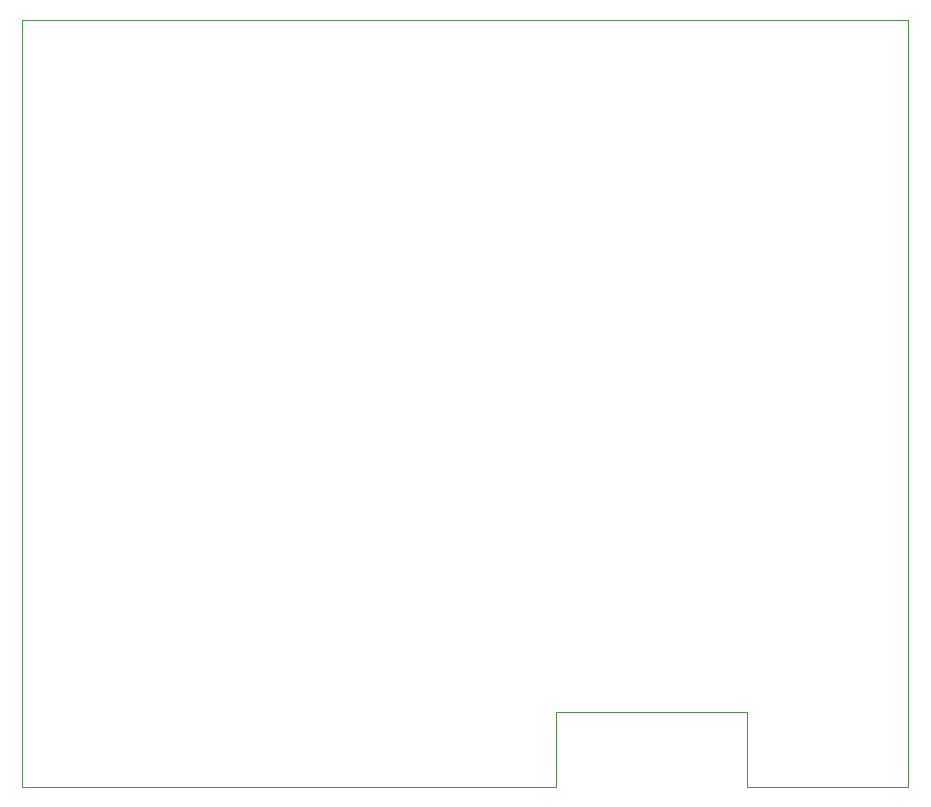
<source format=gbr>
G04 #@! TF.GenerationSoftware,KiCad,Pcbnew,(5.1.5)-3*
G04 #@! TF.CreationDate,2021-12-10T20:52:45-03:00*
G04 #@! TF.ProjectId,server,73657276-6572-42e6-9b69-6361645f7063,rev?*
G04 #@! TF.SameCoordinates,Original*
G04 #@! TF.FileFunction,Profile,NP*
%FSLAX46Y46*%
G04 Gerber Fmt 4.6, Leading zero omitted, Abs format (unit mm)*
G04 Created by KiCad (PCBNEW (5.1.5)-3) date 2021-12-10 20:52:45*
%MOMM*%
%LPD*%
G04 APERTURE LIST*
%ADD10C,0.050000*%
G04 APERTURE END LIST*
D10*
X86350000Y-90000000D02*
X100000000Y-90000000D01*
X86350000Y-83642200D02*
X86350000Y-90000000D01*
X70150000Y-83642200D02*
X86350000Y-83642200D01*
X70150000Y-90000000D02*
X70150000Y-83642200D01*
X25000000Y-25000000D02*
X25000000Y-90000000D01*
X70150000Y-90000000D02*
X25000000Y-90000000D01*
X100000000Y-25000000D02*
X100000000Y-90000000D01*
X25000000Y-25000000D02*
X100000000Y-25000000D01*
M02*

</source>
